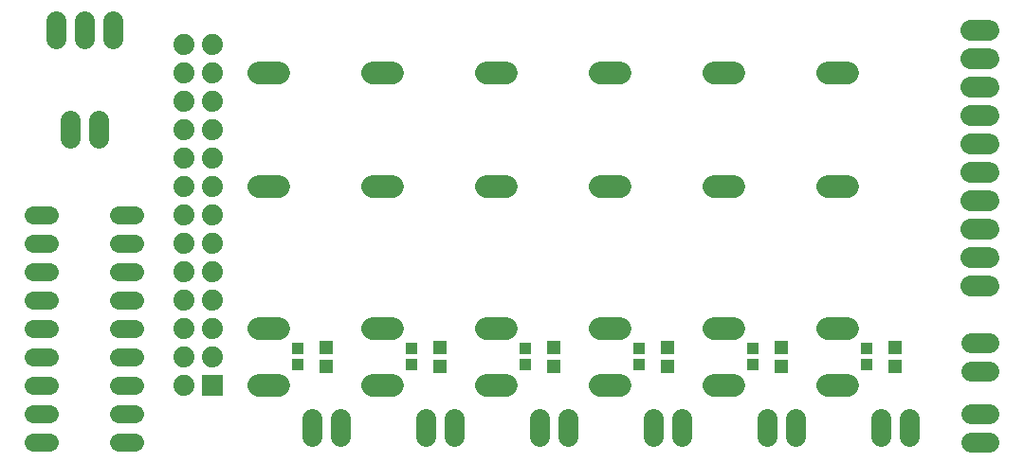
<source format=gts>
G75*
G70*
%OFA0B0*%
%FSLAX24Y24*%
%IPPOS*%
%LPD*%
%AMOC8*
5,1,8,0,0,1.08239X$1,22.5*
%
%ADD10C,0.0640*%
%ADD11C,0.0714*%
%ADD12R,0.0740X0.0740*%
%ADD13C,0.0740*%
%ADD14C,0.0792*%
%ADD15C,0.0720*%
%ADD16R,0.0395X0.0395*%
%ADD17R,0.0513X0.0474*%
D10*
X001320Y001350D02*
X001880Y001350D01*
X001880Y002350D02*
X001320Y002350D01*
X001320Y003350D02*
X001880Y003350D01*
X001880Y004350D02*
X001320Y004350D01*
X001320Y005350D02*
X001880Y005350D01*
X001880Y006350D02*
X001320Y006350D01*
X001320Y007350D02*
X001880Y007350D01*
X001880Y008350D02*
X001320Y008350D01*
X001320Y009350D02*
X001880Y009350D01*
X004320Y009350D02*
X004880Y009350D01*
X004880Y008350D02*
X004320Y008350D01*
X004320Y007350D02*
X004880Y007350D01*
X004880Y006350D02*
X004320Y006350D01*
X004320Y005350D02*
X004880Y005350D01*
X004880Y004350D02*
X004320Y004350D01*
X004320Y003350D02*
X004880Y003350D01*
X004880Y002350D02*
X004320Y002350D01*
X004320Y001350D02*
X004880Y001350D01*
D11*
X011100Y001533D02*
X011100Y002167D01*
X012100Y002167D02*
X012100Y001533D01*
X015100Y001533D02*
X015100Y002167D01*
X016100Y002167D02*
X016100Y001533D01*
X019100Y001533D02*
X019100Y002167D01*
X020100Y002167D02*
X020100Y001533D01*
X023100Y001533D02*
X023100Y002167D01*
X024100Y002167D02*
X024100Y001533D01*
X027100Y001533D02*
X027100Y002167D01*
X028100Y002167D02*
X028100Y001533D01*
X031100Y001533D02*
X031100Y002167D01*
X032100Y002167D02*
X032100Y001533D01*
X034283Y001350D02*
X034917Y001350D01*
X034917Y002350D02*
X034283Y002350D01*
X034283Y003850D02*
X034917Y003850D01*
X034917Y004850D02*
X034283Y004850D01*
X004100Y015533D02*
X004100Y016167D01*
X003100Y016167D02*
X003100Y015533D01*
X002100Y015533D02*
X002100Y016167D01*
X002600Y012667D02*
X002600Y012033D01*
X003600Y012033D02*
X003600Y012667D01*
D12*
X007600Y003350D03*
D13*
X006600Y003350D03*
X006600Y004350D03*
X007600Y004350D03*
X007600Y005350D03*
X006600Y005350D03*
X006600Y006350D03*
X007600Y006350D03*
X007600Y007350D03*
X006600Y007350D03*
X006600Y008350D03*
X007600Y008350D03*
X007600Y009350D03*
X006600Y009350D03*
X006600Y010350D03*
X007600Y010350D03*
X007600Y011350D03*
X006600Y011350D03*
X006600Y012350D03*
X007600Y012350D03*
X007600Y013350D03*
X006600Y013350D03*
X006600Y014350D03*
X007600Y014350D03*
X007600Y015350D03*
X006600Y015350D03*
D14*
X009244Y014350D02*
X009956Y014350D01*
X013244Y014350D02*
X013956Y014350D01*
X017244Y014350D02*
X017956Y014350D01*
X021244Y014350D02*
X021956Y014350D01*
X025244Y014350D02*
X025956Y014350D01*
X029244Y014350D02*
X029956Y014350D01*
X029956Y010350D02*
X029244Y010350D01*
X025956Y010350D02*
X025244Y010350D01*
X021956Y010350D02*
X021244Y010350D01*
X017956Y010350D02*
X017244Y010350D01*
X013956Y010350D02*
X013244Y010350D01*
X009956Y010350D02*
X009244Y010350D01*
X009244Y005350D02*
X009956Y005350D01*
X013244Y005350D02*
X013956Y005350D01*
X017244Y005350D02*
X017956Y005350D01*
X021244Y005350D02*
X021956Y005350D01*
X025244Y005350D02*
X025956Y005350D01*
X029244Y005350D02*
X029956Y005350D01*
X029956Y003350D02*
X029244Y003350D01*
X025956Y003350D02*
X025244Y003350D01*
X021956Y003350D02*
X021244Y003350D01*
X017956Y003350D02*
X017244Y003350D01*
X013956Y003350D02*
X013244Y003350D01*
X009956Y003350D02*
X009244Y003350D01*
D15*
X034280Y006850D02*
X034920Y006850D01*
X034920Y007850D02*
X034280Y007850D01*
X034280Y008850D02*
X034920Y008850D01*
X034920Y009850D02*
X034280Y009850D01*
X034280Y010850D02*
X034920Y010850D01*
X034920Y011850D02*
X034280Y011850D01*
X034280Y012850D02*
X034920Y012850D01*
X034920Y013850D02*
X034280Y013850D01*
X034280Y014850D02*
X034920Y014850D01*
X034920Y015850D02*
X034280Y015850D01*
D16*
X030600Y004645D03*
X030600Y004055D03*
X026600Y004055D03*
X026600Y004645D03*
X022600Y004645D03*
X022600Y004055D03*
X018600Y004055D03*
X018600Y004645D03*
X014600Y004645D03*
X014600Y004055D03*
X010600Y004055D03*
X010600Y004645D03*
D17*
X011600Y004685D03*
X011600Y004015D03*
X015600Y004015D03*
X015600Y004685D03*
X019600Y004685D03*
X019600Y004015D03*
X023600Y004015D03*
X023600Y004685D03*
X027600Y004685D03*
X027600Y004015D03*
X031600Y004015D03*
X031600Y004685D03*
M02*

</source>
